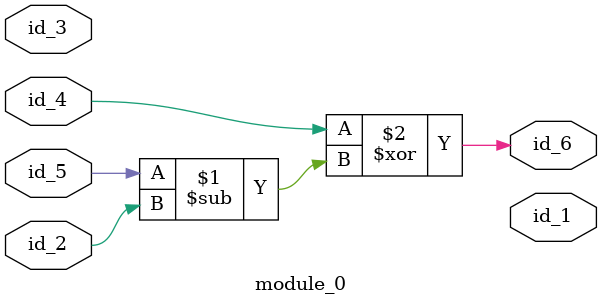
<source format=v>
module module_0 (
    id_1,
    id_2,
    id_3,
    id_4,
    id_5,
    id_6
);
  output id_6;
  input id_5;
  inout id_4;
  input id_3;
  input id_2;
  output id_1;
  assign id_6 = id_4 ^ id_5 - id_2;
endmodule

</source>
